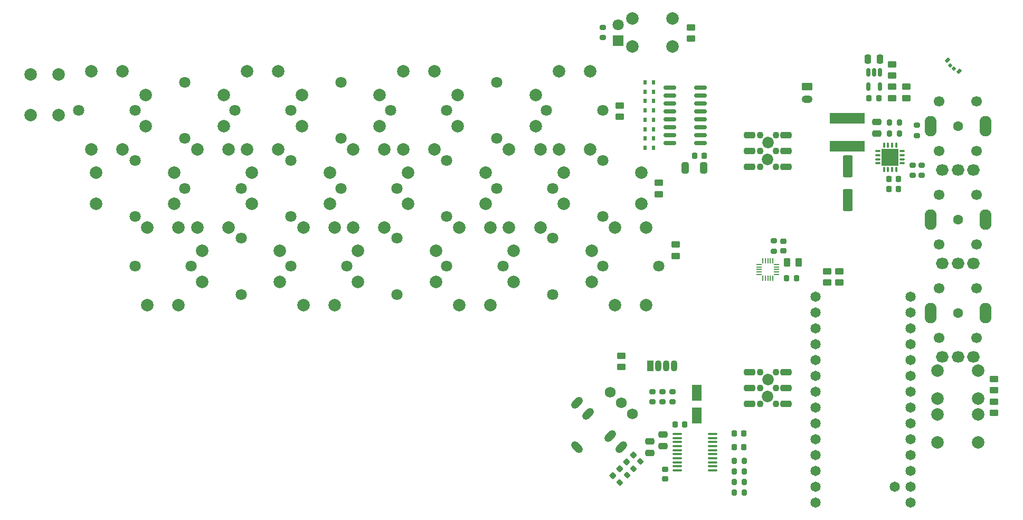
<source format=gbr>
%TF.GenerationSoftware,KiCad,Pcbnew,(6.0.10-0)*%
%TF.CreationDate,2025-02-20T17:08:05+01:00*%
%TF.ProjectId,MiniChord,4d696e69-4368-46f7-9264-2e6b69636164,rev?*%
%TF.SameCoordinates,Original*%
%TF.FileFunction,Soldermask,Top*%
%TF.FilePolarity,Negative*%
%FSLAX46Y46*%
G04 Gerber Fmt 4.6, Leading zero omitted, Abs format (unit mm)*
G04 Created by KiCad (PCBNEW (6.0.10-0)) date 2025-02-20 17:08:05*
%MOMM*%
%LPD*%
G01*
G04 APERTURE LIST*
G04 Aperture macros list*
%AMRoundRect*
0 Rectangle with rounded corners*
0 $1 Rounding radius*
0 $2 $3 $4 $5 $6 $7 $8 $9 X,Y pos of 4 corners*
0 Add a 4 corners polygon primitive as box body*
4,1,4,$2,$3,$4,$5,$6,$7,$8,$9,$2,$3,0*
0 Add four circle primitives for the rounded corners*
1,1,$1+$1,$2,$3*
1,1,$1+$1,$4,$5*
1,1,$1+$1,$6,$7*
1,1,$1+$1,$8,$9*
0 Add four rect primitives between the rounded corners*
20,1,$1+$1,$2,$3,$4,$5,0*
20,1,$1+$1,$4,$5,$6,$7,0*
20,1,$1+$1,$6,$7,$8,$9,0*
20,1,$1+$1,$8,$9,$2,$3,0*%
%AMHorizOval*
0 Thick line with rounded ends*
0 $1 width*
0 $2 $3 position (X,Y) of the first rounded end (center of the circle)*
0 $4 $5 position (X,Y) of the second rounded end (center of the circle)*
0 Add line between two ends*
20,1,$1,$2,$3,$4,$5,0*
0 Add two circle primitives to create the rounded ends*
1,1,$1,$2,$3*
1,1,$1,$4,$5*%
%AMFreePoly0*
4,1,14,0.354215,0.088284,0.450784,-0.008285,0.462500,-0.036569,0.462500,-0.060000,0.450784,-0.088284,0.422500,-0.100000,-0.422500,-0.100000,-0.450784,-0.088284,-0.462500,-0.060000,-0.462500,0.060000,-0.450784,0.088284,-0.422500,0.100000,0.325931,0.100000,0.354215,0.088284,0.354215,0.088284,$1*%
%AMFreePoly1*
4,1,14,0.450784,0.088284,0.462500,0.060000,0.462500,0.036569,0.450784,0.008285,0.354215,-0.088284,0.325931,-0.100000,-0.422500,-0.100000,-0.450784,-0.088284,-0.462500,-0.060000,-0.462500,0.060000,-0.450784,0.088284,-0.422500,0.100000,0.422500,0.100000,0.450784,0.088284,0.450784,0.088284,$1*%
%AMFreePoly2*
4,1,14,0.088284,0.450784,0.100000,0.422500,0.100000,-0.422500,0.088284,-0.450784,0.060000,-0.462500,-0.060000,-0.462500,-0.088284,-0.450784,-0.100000,-0.422500,-0.100000,0.325931,-0.088284,0.354215,0.008285,0.450784,0.036569,0.462500,0.060000,0.462500,0.088284,0.450784,0.088284,0.450784,$1*%
%AMFreePoly3*
4,1,14,-0.008285,0.450784,0.088284,0.354215,0.100000,0.325931,0.100000,-0.422500,0.088284,-0.450784,0.060000,-0.462500,-0.060000,-0.462500,-0.088284,-0.450784,-0.100000,-0.422500,-0.100000,0.422500,-0.088284,0.450784,-0.060000,0.462500,-0.036569,0.462500,-0.008285,0.450784,-0.008285,0.450784,$1*%
%AMFreePoly4*
4,1,14,0.450784,0.088284,0.462500,0.060000,0.462500,-0.060000,0.450784,-0.088284,0.422500,-0.100000,-0.325931,-0.100000,-0.354215,-0.088284,-0.450784,0.008285,-0.462500,0.036569,-0.462500,0.060000,-0.450784,0.088284,-0.422500,0.100000,0.422500,0.100000,0.450784,0.088284,0.450784,0.088284,$1*%
%AMFreePoly5*
4,1,14,0.450784,0.088284,0.462500,0.060000,0.462500,-0.060000,0.450784,-0.088284,0.422500,-0.100000,-0.422500,-0.100000,-0.450784,-0.088284,-0.462500,-0.060000,-0.462500,-0.036569,-0.450784,-0.008285,-0.354215,0.088284,-0.325931,0.100000,0.422500,0.100000,0.450784,0.088284,0.450784,0.088284,$1*%
%AMFreePoly6*
4,1,14,0.088284,0.450784,0.100000,0.422500,0.100000,-0.325931,0.088284,-0.354215,-0.008285,-0.450784,-0.036569,-0.462500,-0.060000,-0.462500,-0.088284,-0.450784,-0.100000,-0.422500,-0.100000,0.422500,-0.088284,0.450784,-0.060000,0.462500,0.060000,0.462500,0.088284,0.450784,0.088284,0.450784,$1*%
%AMFreePoly7*
4,1,14,0.088284,0.450784,0.100000,0.422500,0.100000,-0.422500,0.088284,-0.450784,0.060000,-0.462500,0.036569,-0.462500,0.008285,-0.450784,-0.088284,-0.354215,-0.100000,-0.325931,-0.100000,0.422500,-0.088284,0.450784,-0.060000,0.462500,0.060000,0.462500,0.088284,0.450784,0.088284,0.450784,$1*%
G04 Aperture macros list end*
%ADD10RoundRect,0.150000X-0.825000X-0.150000X0.825000X-0.150000X0.825000X0.150000X-0.825000X0.150000X0*%
%ADD11RoundRect,0.225000X0.225000X0.250000X-0.225000X0.250000X-0.225000X-0.250000X0.225000X-0.250000X0*%
%ADD12R,0.600000X0.700000*%
%ADD13RoundRect,0.200000X-0.275000X0.200000X-0.275000X-0.200000X0.275000X-0.200000X0.275000X0.200000X0*%
%ADD14RoundRect,0.250000X-0.450000X0.262500X-0.450000X-0.262500X0.450000X-0.262500X0.450000X0.262500X0*%
%ADD15RoundRect,0.250000X-0.475000X0.250000X-0.475000X-0.250000X0.475000X-0.250000X0.475000X0.250000X0*%
%ADD16C,1.800000*%
%ADD17C,2.000000*%
%ADD18RoundRect,0.225000X-0.225000X-0.250000X0.225000X-0.250000X0.225000X0.250000X-0.225000X0.250000X0*%
%ADD19RoundRect,0.200000X-0.200000X-0.275000X0.200000X-0.275000X0.200000X0.275000X-0.200000X0.275000X0*%
%ADD20R,1.070000X1.800000*%
%ADD21O,1.070000X1.800000*%
%ADD22RoundRect,0.225000X0.017678X-0.335876X0.335876X-0.017678X-0.017678X0.335876X-0.335876X0.017678X0*%
%ADD23RoundRect,0.050000X0.388909X0.106066X0.106066X0.388909X-0.388909X-0.106066X-0.106066X-0.388909X0*%
%ADD24RoundRect,0.050000X0.300520X0.017678X0.017678X0.300520X-0.300520X-0.017678X-0.017678X-0.300520X0*%
%ADD25RoundRect,0.225000X-0.250000X0.225000X-0.250000X-0.225000X0.250000X-0.225000X0.250000X0.225000X0*%
%ADD26RoundRect,0.250000X0.475000X-0.250000X0.475000X0.250000X-0.475000X0.250000X-0.475000X-0.250000X0*%
%ADD27RoundRect,0.250000X0.450000X-0.262500X0.450000X0.262500X-0.450000X0.262500X-0.450000X-0.262500X0*%
%ADD28RoundRect,0.200000X0.275000X-0.200000X0.275000X0.200000X-0.275000X0.200000X-0.275000X-0.200000X0*%
%ADD29R,1.800000X1.800000*%
%ADD30RoundRect,0.250000X-0.250000X-0.475000X0.250000X-0.475000X0.250000X0.475000X-0.250000X0.475000X0*%
%ADD31C,1.700000*%
%ADD32O,1.900000X3.300000*%
%ADD33C,1.600000*%
%ADD34O,2.050000X1.800000*%
%ADD35RoundRect,0.250000X-0.550000X1.500000X-0.550000X-1.500000X0.550000X-1.500000X0.550000X1.500000X0*%
%ADD36RoundRect,0.250000X-0.262500X-0.450000X0.262500X-0.450000X0.262500X0.450000X-0.262500X0.450000X0*%
%ADD37RoundRect,0.200000X-0.053033X0.335876X-0.335876X0.053033X0.053033X-0.335876X0.335876X-0.053033X0*%
%ADD38RoundRect,0.150000X-0.150000X0.512500X-0.150000X-0.512500X0.150000X-0.512500X0.150000X0.512500X0*%
%ADD39C,1.100000*%
%ADD40C,1.850000*%
%ADD41RoundRect,0.255000X-0.635000X0.255000X-0.635000X-0.255000X0.635000X-0.255000X0.635000X0.255000X0*%
%ADD42RoundRect,0.250000X0.325000X0.650000X-0.325000X0.650000X-0.325000X-0.650000X0.325000X-0.650000X0*%
%ADD43RoundRect,0.087500X-0.325000X-0.087500X0.325000X-0.087500X0.325000X0.087500X-0.325000X0.087500X0*%
%ADD44RoundRect,0.087500X-0.087500X-0.325000X0.087500X-0.325000X0.087500X0.325000X-0.087500X0.325000X0*%
%ADD45R,2.700000X2.700000*%
%ADD46R,5.700000X1.700000*%
%ADD47RoundRect,0.200000X0.053033X-0.335876X0.335876X-0.053033X-0.053033X0.335876X-0.335876X0.053033X0*%
%ADD48C,1.650000*%
%ADD49RoundRect,0.200000X0.200000X0.275000X-0.200000X0.275000X-0.200000X-0.275000X0.200000X-0.275000X0*%
%ADD50C,1.750000*%
%ADD51HorizOval,1.200000X-0.353553X-0.353553X0.353553X0.353553X0*%
%ADD52HorizOval,1.200000X0.353553X-0.353553X-0.353553X0.353553X0*%
%ADD53HorizOval,1.200000X0.353553X0.353553X-0.353553X-0.353553X0*%
%ADD54RoundRect,0.100000X-0.637500X-0.100000X0.637500X-0.100000X0.637500X0.100000X-0.637500X0.100000X0*%
%ADD55RoundRect,0.250000X-0.550000X1.050000X-0.550000X-1.050000X0.550000X-1.050000X0.550000X1.050000X0*%
%ADD56RoundRect,0.225000X-0.017678X0.335876X-0.335876X0.017678X0.017678X-0.335876X0.335876X-0.017678X0*%
%ADD57FreePoly0,180.000000*%
%ADD58RoundRect,0.050000X0.412500X0.050000X-0.412500X0.050000X-0.412500X-0.050000X0.412500X-0.050000X0*%
%ADD59FreePoly1,180.000000*%
%ADD60FreePoly2,180.000000*%
%ADD61RoundRect,0.050000X0.050000X0.412500X-0.050000X0.412500X-0.050000X-0.412500X0.050000X-0.412500X0*%
%ADD62FreePoly3,180.000000*%
%ADD63FreePoly4,180.000000*%
%ADD64FreePoly5,180.000000*%
%ADD65FreePoly6,180.000000*%
%ADD66FreePoly7,180.000000*%
%ADD67RoundRect,0.250000X-0.625000X0.350000X-0.625000X-0.350000X0.625000X-0.350000X0.625000X0.350000X0*%
%ADD68O,1.750000X1.200000*%
G04 APERTURE END LIST*
D10*
%TO.C,U4*%
X120775000Y-81805000D03*
X120775000Y-83075000D03*
X120775000Y-84345000D03*
X120775000Y-85615000D03*
X120775000Y-86885000D03*
X120775000Y-88155000D03*
X120775000Y-89425000D03*
X120775000Y-90695000D03*
X125725000Y-90695000D03*
X125725000Y-89425000D03*
X125725000Y-88155000D03*
X125725000Y-86885000D03*
X125725000Y-85615000D03*
X125725000Y-84345000D03*
X125725000Y-83075000D03*
X125725000Y-81805000D03*
%TD*%
D11*
%TO.C,C7*%
X126275000Y-92750000D03*
X124725000Y-92750000D03*
%TD*%
D12*
%TO.C,D5*%
X118200000Y-88500000D03*
X116800000Y-88500000D03*
%TD*%
D13*
%TO.C,R2*%
X159700000Y-94275000D03*
X159700000Y-95925000D03*
%TD*%
D14*
%TO.C,R13*%
X121700000Y-106987500D03*
X121700000Y-108812500D03*
%TD*%
D15*
%TO.C,C9*%
X119700000Y-137450000D03*
X119700000Y-139350000D03*
%TD*%
D16*
%TO.C,SW11*%
X77000000Y-98000000D03*
X68000000Y-98000000D03*
D17*
X75000000Y-91750000D03*
X75000000Y-104250000D03*
X70000000Y-91750000D03*
X70000000Y-104250000D03*
%TD*%
D18*
%TO.C,C11*%
X121625000Y-135900000D03*
X123175000Y-135900000D03*
%TD*%
D17*
%TO.C,SW26*%
X121250000Y-75250000D03*
X114750000Y-75250000D03*
X121250000Y-70750000D03*
X114750000Y-70750000D03*
%TD*%
D19*
%TO.C,R29*%
X131075000Y-145100000D03*
X132725000Y-145100000D03*
%TD*%
%TO.C,R27*%
X131075000Y-141700000D03*
X132725000Y-141700000D03*
%TD*%
D20*
%TO.C,D2*%
X117640000Y-126500000D03*
D21*
X118910000Y-126500000D03*
X120180000Y-126500000D03*
X121450000Y-126500000D03*
%TD*%
D13*
%TO.C,R7*%
X160400000Y-87875000D03*
X160400000Y-89525000D03*
%TD*%
D12*
%TO.C,D9*%
X118200000Y-81000000D03*
X116800000Y-81000000D03*
%TD*%
D22*
%TO.C,C16*%
X111651992Y-144048008D03*
X112748008Y-142951992D03*
%TD*%
D12*
%TO.C,D11*%
X118200000Y-90000000D03*
X116800000Y-90000000D03*
%TD*%
D16*
%TO.C,SW12*%
X85000000Y-93500000D03*
X85000000Y-102500000D03*
D17*
X91250000Y-100500000D03*
X78750000Y-100500000D03*
X91250000Y-95500000D03*
X78750000Y-95500000D03*
%TD*%
D16*
%TO.C,SW15*%
X44000000Y-110500000D03*
X35000000Y-110500000D03*
D17*
X42000000Y-104250000D03*
X42000000Y-116750000D03*
X37000000Y-104250000D03*
X37000000Y-116750000D03*
%TD*%
D23*
%TO.C,D3*%
X167146536Y-79257627D03*
D24*
X166315685Y-78815685D03*
X165750000Y-78250000D03*
D23*
X165308058Y-77419149D03*
%TD*%
D25*
%TO.C,C19*%
X139000000Y-106475000D03*
X139000000Y-108025000D03*
%TD*%
D26*
%TO.C,C4*%
X154000000Y-89250000D03*
X154000000Y-87350000D03*
%TD*%
D27*
%TO.C,R10*%
X148000000Y-113112500D03*
X148000000Y-111287500D03*
%TD*%
D28*
%TO.C,R15*%
X137500000Y-108075000D03*
X137500000Y-106425000D03*
%TD*%
D16*
%TO.C,SW10*%
X60000000Y-102500000D03*
X60000000Y-93500000D03*
D17*
X66250000Y-100500000D03*
X53750000Y-100500000D03*
X66250000Y-95500000D03*
X53750000Y-95500000D03*
%TD*%
D19*
%TO.C,R28*%
X131075000Y-143400000D03*
X132725000Y-143400000D03*
%TD*%
D27*
%TO.C,R1*%
X158700000Y-83520000D03*
X158700000Y-81695000D03*
%TD*%
D29*
%TO.C,D1*%
X112500000Y-74270000D03*
D16*
X112500000Y-71730000D03*
%TD*%
%TO.C,SW21*%
X110000000Y-110500000D03*
X119000000Y-110500000D03*
D17*
X117000000Y-104250000D03*
X117000000Y-116750000D03*
X112000000Y-104250000D03*
X112000000Y-116750000D03*
%TD*%
D14*
%TO.C,R12*%
X119000000Y-97087500D03*
X119000000Y-98912500D03*
%TD*%
%TO.C,R39*%
X172800000Y-132200000D03*
X172800000Y-134025000D03*
%TD*%
D13*
%TO.C,R37*%
X118000000Y-130575000D03*
X118000000Y-132225000D03*
%TD*%
D12*
%TO.C,D8*%
X118200000Y-91500000D03*
X116800000Y-91500000D03*
%TD*%
D16*
%TO.C,SW6*%
X93000000Y-90000000D03*
X93000000Y-81000000D03*
D17*
X99250000Y-88000000D03*
X86750000Y-88000000D03*
X99250000Y-83000000D03*
X86750000Y-83000000D03*
%TD*%
D16*
%TO.C,SW14*%
X110000000Y-93500000D03*
X110000000Y-102500000D03*
D17*
X116250000Y-100500000D03*
X103750000Y-100500000D03*
X116250000Y-95500000D03*
X103750000Y-95500000D03*
%TD*%
D16*
%TO.C,SW2*%
X43000000Y-81000000D03*
X43000000Y-90000000D03*
D17*
X49250000Y-88000000D03*
X36750000Y-88000000D03*
X49250000Y-83000000D03*
X36750000Y-83000000D03*
%TD*%
D13*
%TO.C,R35*%
X121200000Y-130575000D03*
X121200000Y-132225000D03*
%TD*%
D11*
%TO.C,C1*%
X157475000Y-98100000D03*
X155925000Y-98100000D03*
%TD*%
D16*
%TO.C,SW17*%
X69000000Y-110500000D03*
X60000000Y-110500000D03*
D17*
X67000000Y-104250000D03*
X67000000Y-116750000D03*
X62000000Y-104250000D03*
X62000000Y-116750000D03*
%TD*%
D30*
%TO.C,C18*%
X152550000Y-77307500D03*
X154450000Y-77307500D03*
%TD*%
D31*
%TO.C,RV3*%
X170000000Y-84030000D03*
X170000000Y-92030000D03*
D32*
X171400000Y-88030000D03*
D33*
X167000000Y-88030000D03*
D32*
X162600000Y-88030000D03*
D31*
X164000000Y-84030000D03*
X164000000Y-92030000D03*
D34*
X164500000Y-95030000D03*
X167000000Y-95030000D03*
X169500000Y-95030000D03*
%TD*%
D35*
%TO.C,C5*%
X149300000Y-94500000D03*
X149300000Y-99900000D03*
%TD*%
D36*
%TO.C,R14*%
X139587500Y-109900000D03*
X141412500Y-109900000D03*
%TD*%
D16*
%TO.C,SW13*%
X102000000Y-98000000D03*
X93000000Y-98000000D03*
D17*
X100000000Y-91750000D03*
X100000000Y-104250000D03*
X95000000Y-91750000D03*
X95000000Y-104250000D03*
%TD*%
%TO.C,SW24*%
X170250000Y-131750000D03*
X163750000Y-131750000D03*
X170250000Y-127250000D03*
X163750000Y-127250000D03*
%TD*%
D18*
%TO.C,C13*%
X131125000Y-139500000D03*
X132675000Y-139500000D03*
%TD*%
D37*
%TO.C,R32*%
X116083363Y-141816637D03*
X114916637Y-142983363D03*
%TD*%
D12*
%TO.C,D6*%
X118200000Y-82500000D03*
X116800000Y-82500000D03*
%TD*%
D16*
%TO.C,SW18*%
X77000000Y-115000000D03*
X77000000Y-106000000D03*
D17*
X83250000Y-113000000D03*
X70750000Y-113000000D03*
X83250000Y-108000000D03*
X70750000Y-108000000D03*
%TD*%
D38*
%TO.C,U3*%
X154500000Y-79388750D03*
X153550000Y-79388750D03*
X152600000Y-79388750D03*
X152600000Y-81663750D03*
X154500000Y-81663750D03*
%TD*%
D16*
%TO.C,SW16*%
X52000000Y-106000000D03*
X52000000Y-115000000D03*
D17*
X58250000Y-113000000D03*
X45750000Y-113000000D03*
X58250000Y-108000000D03*
X45750000Y-108000000D03*
%TD*%
D14*
%TO.C,R16*%
X113000000Y-124837500D03*
X113000000Y-126662500D03*
%TD*%
D16*
%TO.C,SW20*%
X102000000Y-106000000D03*
X102000000Y-115000000D03*
D17*
X108250000Y-113000000D03*
X95750000Y-113000000D03*
X108250000Y-108000000D03*
X95750000Y-108000000D03*
%TD*%
D11*
%TO.C,C3*%
X157475000Y-96500000D03*
X155925000Y-96500000D03*
%TD*%
D39*
%TO.C,J1*%
X135230000Y-92000000D03*
X137770000Y-92000000D03*
X137770000Y-94540000D03*
X135230000Y-94540000D03*
X137770000Y-89460000D03*
D40*
X136450000Y-93350000D03*
D39*
X135230000Y-89460000D03*
D40*
X136500000Y-90625000D03*
D41*
X139410000Y-89460000D03*
X139410000Y-92000000D03*
X139410000Y-94540000D03*
X133590000Y-89460000D03*
X133590000Y-92000000D03*
X133590000Y-94540000D03*
%TD*%
D42*
%TO.C,C6*%
X126225000Y-94750000D03*
X123275000Y-94750000D03*
%TD*%
D13*
%TO.C,R34*%
X110000000Y-72175000D03*
X110000000Y-73825000D03*
%TD*%
D14*
%TO.C,R8*%
X156400000Y-81695000D03*
X156400000Y-83520000D03*
%TD*%
D32*
%TO.C,RV2*%
X162600000Y-103030000D03*
D31*
X170000000Y-107030000D03*
X170000000Y-99030000D03*
D33*
X167000000Y-103030000D03*
D31*
X164000000Y-99030000D03*
X164000000Y-107030000D03*
D32*
X171400000Y-103030000D03*
D34*
X164500000Y-110030000D03*
X167000000Y-110030000D03*
X169500000Y-110030000D03*
%TD*%
D14*
%TO.C,R4*%
X156400000Y-78095000D03*
X156400000Y-79920000D03*
%TD*%
D16*
%TO.C,SW4*%
X68000000Y-81000000D03*
X68000000Y-90000000D03*
D17*
X74250000Y-88000000D03*
X61750000Y-88000000D03*
X74250000Y-83000000D03*
X61750000Y-83000000D03*
%TD*%
%TO.C,SW22*%
X22750000Y-79750000D03*
X22750000Y-86250000D03*
X18250000Y-79750000D03*
X18250000Y-86250000D03*
%TD*%
D43*
%TO.C,U2*%
X154137500Y-92025000D03*
X154137500Y-92675000D03*
X154137500Y-93325000D03*
X154137500Y-93975000D03*
D44*
X155125000Y-94962500D03*
X155775000Y-94962500D03*
X156425000Y-94962500D03*
X157075000Y-94962500D03*
D43*
X158062500Y-93975000D03*
X158062500Y-93325000D03*
X158062500Y-92675000D03*
X158062500Y-92025000D03*
D44*
X157075000Y-91037500D03*
X156425000Y-91037500D03*
X155775000Y-91037500D03*
X155125000Y-91037500D03*
D45*
X156100000Y-93000000D03*
%TD*%
D46*
%TO.C,L1*%
X149200000Y-86750000D03*
X149200000Y-91250000D03*
%TD*%
D39*
%TO.C,J4*%
X135230000Y-127460000D03*
D40*
X136500000Y-128625000D03*
D39*
X137770000Y-127460000D03*
X137770000Y-132540000D03*
X137770000Y-130000000D03*
D40*
X136450000Y-131350000D03*
D39*
X135230000Y-132540000D03*
X135230000Y-130000000D03*
D41*
X139410000Y-127460000D03*
X139410000Y-130000000D03*
X139410000Y-132540000D03*
X133590000Y-127460000D03*
X133590000Y-130000000D03*
X133590000Y-132540000D03*
%TD*%
D16*
%TO.C,SW5*%
X76000000Y-85500000D03*
X85000000Y-85500000D03*
D17*
X83000000Y-79250000D03*
X83000000Y-91750000D03*
X78000000Y-79250000D03*
X78000000Y-91750000D03*
%TD*%
D16*
%TO.C,SW19*%
X85000000Y-110500000D03*
X94000000Y-110500000D03*
D17*
X92000000Y-104250000D03*
X92000000Y-116750000D03*
X87000000Y-104250000D03*
X87000000Y-116750000D03*
%TD*%
D16*
%TO.C,SW9*%
X43000000Y-98000000D03*
X52000000Y-98000000D03*
D17*
X50000000Y-91750000D03*
X50000000Y-104250000D03*
X45000000Y-91750000D03*
X45000000Y-104250000D03*
%TD*%
D47*
%TO.C,R31*%
X112733274Y-145166726D03*
X113900000Y-144000000D03*
%TD*%
D32*
%TO.C,RV1*%
X171400000Y-118000000D03*
D31*
X170000000Y-122000000D03*
X164000000Y-114000000D03*
D33*
X167000000Y-118000000D03*
D31*
X170000000Y-114000000D03*
X164000000Y-122000000D03*
D32*
X162600000Y-118000000D03*
D34*
X164500000Y-125000000D03*
X167000000Y-125000000D03*
X169500000Y-125000000D03*
%TD*%
D12*
%TO.C,D7*%
X118200000Y-87000000D03*
X116800000Y-87000000D03*
%TD*%
D48*
%TO.C,U1*%
X144130000Y-148375000D03*
X144130000Y-145835000D03*
X144130000Y-143295000D03*
X144130000Y-140755000D03*
X144130000Y-138215000D03*
X144130000Y-135675000D03*
X144130000Y-133135000D03*
X144130000Y-130595000D03*
X144130000Y-128055000D03*
X144130000Y-125515000D03*
X144130000Y-122975000D03*
X144130000Y-120435000D03*
X144130000Y-117895000D03*
X144130000Y-115355000D03*
X159370000Y-115355000D03*
X159370000Y-117895000D03*
X159370000Y-120435000D03*
X159370000Y-122975000D03*
X159370000Y-125515000D03*
X159370000Y-128055000D03*
X159370000Y-130595000D03*
X159370000Y-133135000D03*
X159370000Y-135675000D03*
X159370000Y-138215000D03*
X159370000Y-140755000D03*
X159370000Y-143295000D03*
X159370000Y-145835000D03*
X159370000Y-148375000D03*
X156830000Y-145835000D03*
%TD*%
D18*
%TO.C,C2*%
X152725000Y-83507500D03*
X154275000Y-83507500D03*
%TD*%
D27*
%TO.C,R9*%
X146000000Y-113112500D03*
X146000000Y-111287500D03*
%TD*%
D49*
%TO.C,R6*%
X157625000Y-87400000D03*
X155975000Y-87400000D03*
%TD*%
D16*
%TO.C,SW7*%
X110000000Y-85500000D03*
X101000000Y-85500000D03*
D17*
X108000000Y-79250000D03*
X108000000Y-91750000D03*
X103000000Y-79250000D03*
X103000000Y-91750000D03*
%TD*%
D16*
%TO.C,SW3*%
X51000000Y-85500000D03*
X60000000Y-85500000D03*
D17*
X58000000Y-79250000D03*
X58000000Y-91750000D03*
X53000000Y-79250000D03*
X53000000Y-91750000D03*
%TD*%
D27*
%TO.C,R38*%
X172800000Y-130400000D03*
X172800000Y-128575000D03*
%TD*%
D19*
%TO.C,R30*%
X131075000Y-146800000D03*
X132725000Y-146800000D03*
%TD*%
D50*
%TO.C,J2*%
X114738835Y-134196699D03*
X112971068Y-132428932D03*
X111203301Y-130661165D03*
D51*
X105900000Y-132428932D03*
X107667767Y-134196699D03*
D52*
X105900000Y-139500000D03*
D53*
X112971068Y-139500000D03*
X111203301Y-137732233D03*
%TD*%
D27*
%TO.C,R40*%
X124200000Y-73987500D03*
X124200000Y-72162500D03*
%TD*%
D54*
%TO.C,U5*%
X121937500Y-137375000D03*
X121937500Y-138025000D03*
X121937500Y-138675000D03*
X121937500Y-139325000D03*
X121937500Y-139975000D03*
X121937500Y-140625000D03*
X121937500Y-141275000D03*
X121937500Y-141925000D03*
X121937500Y-142575000D03*
X121937500Y-143225000D03*
X127662500Y-143225000D03*
X127662500Y-142575000D03*
X127662500Y-141925000D03*
X127662500Y-141275000D03*
X127662500Y-140625000D03*
X127662500Y-139975000D03*
X127662500Y-139325000D03*
X127662500Y-138675000D03*
X127662500Y-138025000D03*
X127662500Y-137375000D03*
%TD*%
D16*
%TO.C,SW1*%
X35000000Y-85500000D03*
X26000000Y-85500000D03*
D17*
X33000000Y-79250000D03*
X33000000Y-91750000D03*
X28000000Y-79250000D03*
X28000000Y-91750000D03*
%TD*%
D18*
%TO.C,C8*%
X139525000Y-112400000D03*
X141075000Y-112400000D03*
%TD*%
D25*
%TO.C,C14*%
X120000000Y-143025000D03*
X120000000Y-144575000D03*
%TD*%
D49*
%TO.C,R5*%
X157625000Y-89200000D03*
X155975000Y-89200000D03*
%TD*%
D55*
%TO.C,C15*%
X125100000Y-130800000D03*
X125100000Y-134400000D03*
%TD*%
D13*
%TO.C,R36*%
X119600000Y-130575000D03*
X119600000Y-132225000D03*
%TD*%
D15*
%TO.C,C10*%
X117600000Y-138550000D03*
X117600000Y-140450000D03*
%TD*%
D27*
%TO.C,R11*%
X112700000Y-86512500D03*
X112700000Y-84687500D03*
%TD*%
D12*
%TO.C,D10*%
X118200000Y-85500000D03*
X116800000Y-85500000D03*
%TD*%
D56*
%TO.C,C17*%
X114948008Y-140751992D03*
X113851992Y-141848008D03*
%TD*%
D12*
%TO.C,D4*%
X118200000Y-84000000D03*
X116800000Y-84000000D03*
%TD*%
D57*
%TO.C,U6*%
X137887500Y-111800000D03*
D58*
X137887500Y-111400000D03*
X137887500Y-111000000D03*
X137887500Y-110600000D03*
D59*
X137887500Y-110200000D03*
D60*
X137300000Y-109612500D03*
D61*
X136900000Y-109612500D03*
X136500000Y-109612500D03*
X136100000Y-109612500D03*
D62*
X135700000Y-109612500D03*
D63*
X135112500Y-110200000D03*
D58*
X135112500Y-110600000D03*
X135112500Y-111000000D03*
X135112500Y-111400000D03*
D64*
X135112500Y-111800000D03*
D65*
X135700000Y-112387500D03*
D61*
X136100000Y-112387500D03*
X136500000Y-112387500D03*
X136900000Y-112387500D03*
D66*
X137300000Y-112387500D03*
%TD*%
D17*
%TO.C,SW25*%
X163750000Y-134250000D03*
X170250000Y-134250000D03*
X163750000Y-138750000D03*
X170250000Y-138750000D03*
%TD*%
D16*
%TO.C,SW8*%
X35000000Y-93500000D03*
X35000000Y-102500000D03*
D17*
X41250000Y-100500000D03*
X28750000Y-100500000D03*
X41250000Y-95500000D03*
X28750000Y-95500000D03*
%TD*%
D13*
%TO.C,R3*%
X161200000Y-94275000D03*
X161200000Y-95925000D03*
%TD*%
D18*
%TO.C,C12*%
X131125000Y-137300000D03*
X132675000Y-137300000D03*
%TD*%
D67*
%TO.C,J3*%
X142757500Y-81700000D03*
D68*
X142757500Y-83700000D03*
%TD*%
M02*

</source>
